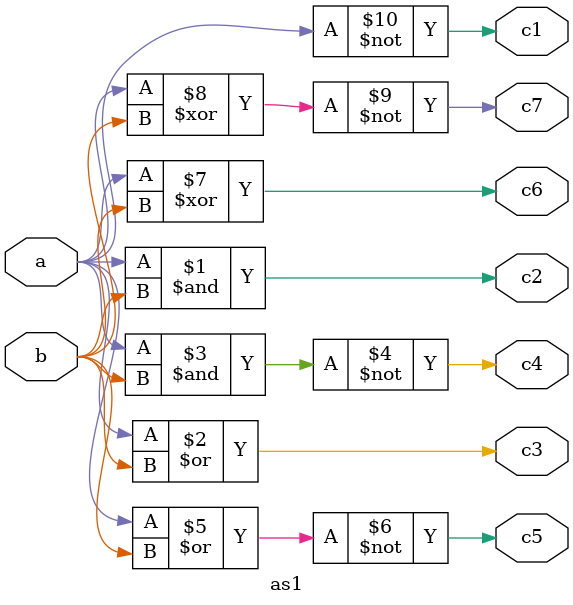
<source format=v>
module as1(a,b,c1,c2,c3,c4,c5,c6,c7); 
input a,b; 
output c1,c2,c3,c4,c5,c6,c7; 
not g1(c1,a); 
and g2(c2,a,b); 
or g3(c3,a,b); 
nand g4(c4,a,b); 
nor g5(c5,a,b); 
xor g6(c6,a,b); 
xnor g7(c7,a,b); 
endmodule 
</source>
